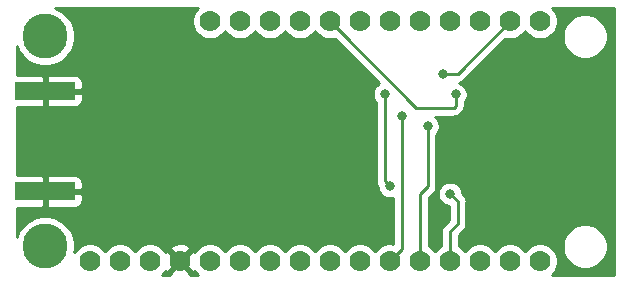
<source format=gbl>
G04 #@! TF.GenerationSoftware,KiCad,Pcbnew,(5.1.2-1)-1*
G04 #@! TF.CreationDate,2019-05-16T11:09:26+08:00*
G04 #@! TF.ProjectId,huzzah-cc112x-shield,68757a7a-6168-42d6-9363-313132782d73,1*
G04 #@! TF.SameCoordinates,Original*
G04 #@! TF.FileFunction,Copper,L2,Bot*
G04 #@! TF.FilePolarity,Positive*
%FSLAX46Y46*%
G04 Gerber Fmt 4.6, Leading zero omitted, Abs format (unit mm)*
G04 Created by KiCad (PCBNEW (5.1.2-1)-1) date 2019-05-16 11:09:26*
%MOMM*%
%LPD*%
G04 APERTURE LIST*
%ADD10R,5.080000X1.500000*%
%ADD11C,3.810000*%
%ADD12C,1.778000*%
%ADD13C,0.800000*%
%ADD14C,0.250000*%
%ADD15C,0.254000*%
G04 APERTURE END LIST*
D10*
X15875000Y-20515000D03*
X15875000Y-29015000D03*
D11*
X15875000Y-15875000D03*
X15875000Y-33655000D03*
D12*
X29845000Y-14605000D03*
X32385000Y-14605000D03*
X34925000Y-14605000D03*
X37465000Y-14605000D03*
X40005000Y-14605000D03*
X42545000Y-14605000D03*
X45085000Y-14605000D03*
X47625000Y-14605000D03*
X50165000Y-14605000D03*
X52705000Y-14605000D03*
X55245000Y-14605000D03*
X57785000Y-14605000D03*
X29845000Y-34925000D03*
X32385000Y-34925000D03*
X34925000Y-34925000D03*
X37465000Y-34925000D03*
X40005000Y-34925000D03*
X42545000Y-34925000D03*
X45085000Y-34925000D03*
X47625000Y-34925000D03*
X50165000Y-34925000D03*
X52705000Y-34925000D03*
X55245000Y-34925000D03*
X57785000Y-34925000D03*
X27305000Y-34925000D03*
X24765000Y-34925000D03*
X22225000Y-34925000D03*
X19685000Y-34925000D03*
D13*
X49530000Y-19050000D03*
X29210000Y-17145000D03*
X20320000Y-30480000D03*
X20320000Y-17145000D03*
X24765000Y-17145000D03*
X60960000Y-20320000D03*
X60960000Y-29845000D03*
X60960000Y-24765000D03*
X40005000Y-22225000D03*
X50800000Y-25400000D03*
X53975000Y-25400000D03*
X57150000Y-25400000D03*
X33655000Y-25400000D03*
X41910000Y-32385000D03*
X40005000Y-32385000D03*
X43815000Y-32385000D03*
X34925000Y-25400000D03*
X34925000Y-26670000D03*
X34925000Y-27940000D03*
X34925000Y-29210000D03*
X36195000Y-25400000D03*
X38735000Y-25400000D03*
X38735000Y-26670000D03*
X38735000Y-27940000D03*
X38735000Y-29210000D03*
X40005000Y-26670000D03*
X40640000Y-27940000D03*
X42545000Y-25400000D03*
X42545000Y-26670000D03*
X42545000Y-27940000D03*
X42545000Y-29210000D03*
X41275000Y-26670000D03*
X60960000Y-22225000D03*
X60960000Y-27305000D03*
X26035000Y-22860000D03*
X46140000Y-22645000D03*
X48260000Y-23495000D03*
X44640000Y-20765000D03*
X45085000Y-28575000D03*
X50165000Y-29210000D03*
X50640000Y-20795000D03*
D14*
X50800000Y-19050000D02*
X55245000Y-14605000D01*
X49530000Y-19050000D02*
X50800000Y-19050000D01*
X46140000Y-33870000D02*
X45085000Y-34925000D01*
X46140000Y-22645000D02*
X46140000Y-33870000D01*
X48260000Y-23495000D02*
X48260000Y-28575000D01*
X47625000Y-29210000D02*
X47625000Y-34925000D01*
X48260000Y-28575000D02*
X47625000Y-29210000D01*
X44640000Y-20765000D02*
X44640000Y-28130000D01*
X44640000Y-28130000D02*
X45085000Y-28575000D01*
X50165000Y-29210000D02*
X50800000Y-29845000D01*
X50800000Y-29845000D02*
X50800000Y-31750000D01*
X50165000Y-32385000D02*
X50165000Y-34925000D01*
X50800000Y-31750000D02*
X50165000Y-32385000D01*
X50640000Y-20795000D02*
X50640000Y-21750000D01*
X40893999Y-15493999D02*
X40005000Y-14605000D01*
X47319999Y-21919999D02*
X40893999Y-15493999D01*
X50470001Y-21919999D02*
X47319999Y-21919999D01*
X50640000Y-21750000D02*
X50470001Y-21919999D01*
D15*
G36*
X64008000Y-36068000D02*
G01*
X58797261Y-36068000D01*
X58968768Y-35896493D01*
X59135551Y-35646885D01*
X59250434Y-35369534D01*
X59309000Y-35075101D01*
X59309000Y-34774899D01*
X59250434Y-34480466D01*
X59135551Y-34203115D01*
X58968768Y-33953507D01*
X58756493Y-33741232D01*
X58506885Y-33574449D01*
X58248385Y-33467374D01*
X59690000Y-33467374D01*
X59690000Y-33842626D01*
X59763209Y-34210668D01*
X59906811Y-34557356D01*
X60115290Y-34869366D01*
X60380634Y-35134710D01*
X60692644Y-35343189D01*
X61039332Y-35486791D01*
X61407374Y-35560000D01*
X61782626Y-35560000D01*
X62150668Y-35486791D01*
X62497356Y-35343189D01*
X62809366Y-35134710D01*
X63074710Y-34869366D01*
X63283189Y-34557356D01*
X63426791Y-34210668D01*
X63500000Y-33842626D01*
X63500000Y-33467374D01*
X63426791Y-33099332D01*
X63283189Y-32752644D01*
X63074710Y-32440634D01*
X62809366Y-32175290D01*
X62497356Y-31966811D01*
X62150668Y-31823209D01*
X61782626Y-31750000D01*
X61407374Y-31750000D01*
X61039332Y-31823209D01*
X60692644Y-31966811D01*
X60380634Y-32175290D01*
X60115290Y-32440634D01*
X59906811Y-32752644D01*
X59763209Y-33099332D01*
X59690000Y-33467374D01*
X58248385Y-33467374D01*
X58229534Y-33459566D01*
X57935101Y-33401000D01*
X57634899Y-33401000D01*
X57340466Y-33459566D01*
X57063115Y-33574449D01*
X56813507Y-33741232D01*
X56601232Y-33953507D01*
X56515000Y-34082562D01*
X56428768Y-33953507D01*
X56216493Y-33741232D01*
X55966885Y-33574449D01*
X55689534Y-33459566D01*
X55395101Y-33401000D01*
X55094899Y-33401000D01*
X54800466Y-33459566D01*
X54523115Y-33574449D01*
X54273507Y-33741232D01*
X54061232Y-33953507D01*
X53975000Y-34082562D01*
X53888768Y-33953507D01*
X53676493Y-33741232D01*
X53426885Y-33574449D01*
X53149534Y-33459566D01*
X52855101Y-33401000D01*
X52554899Y-33401000D01*
X52260466Y-33459566D01*
X51983115Y-33574449D01*
X51733507Y-33741232D01*
X51521232Y-33953507D01*
X51435000Y-34082562D01*
X51348768Y-33953507D01*
X51136493Y-33741232D01*
X50925000Y-33599917D01*
X50925000Y-32699801D01*
X51311002Y-32313800D01*
X51340001Y-32290001D01*
X51434974Y-32174276D01*
X51505546Y-32042247D01*
X51549003Y-31898986D01*
X51560000Y-31787333D01*
X51563677Y-31750000D01*
X51560000Y-31712667D01*
X51560000Y-29882333D01*
X51563677Y-29845000D01*
X51549003Y-29696014D01*
X51505546Y-29552753D01*
X51434974Y-29420724D01*
X51363799Y-29333997D01*
X51340001Y-29304999D01*
X51311004Y-29281202D01*
X51200000Y-29170198D01*
X51200000Y-29108061D01*
X51160226Y-28908102D01*
X51082205Y-28719744D01*
X50968937Y-28550226D01*
X50824774Y-28406063D01*
X50655256Y-28292795D01*
X50466898Y-28214774D01*
X50266939Y-28175000D01*
X50063061Y-28175000D01*
X49863102Y-28214774D01*
X49674744Y-28292795D01*
X49505226Y-28406063D01*
X49361063Y-28550226D01*
X49247795Y-28719744D01*
X49169774Y-28908102D01*
X49130000Y-29108061D01*
X49130000Y-29311939D01*
X49169774Y-29511898D01*
X49247795Y-29700256D01*
X49361063Y-29869774D01*
X49505226Y-30013937D01*
X49674744Y-30127205D01*
X49863102Y-30205226D01*
X50040000Y-30240413D01*
X50040001Y-31435198D01*
X49654002Y-31821197D01*
X49624999Y-31844999D01*
X49569871Y-31912174D01*
X49530026Y-31960724D01*
X49489873Y-32035844D01*
X49459454Y-32092754D01*
X49415997Y-32236015D01*
X49405000Y-32347668D01*
X49405000Y-32347678D01*
X49401324Y-32385000D01*
X49405000Y-32422323D01*
X49405000Y-33599916D01*
X49193507Y-33741232D01*
X48981232Y-33953507D01*
X48895000Y-34082562D01*
X48808768Y-33953507D01*
X48596493Y-33741232D01*
X48385000Y-33599917D01*
X48385000Y-29524801D01*
X48771003Y-29138799D01*
X48800001Y-29115001D01*
X48894974Y-28999276D01*
X48965546Y-28867247D01*
X49009003Y-28723986D01*
X49020000Y-28612333D01*
X49023677Y-28575000D01*
X49020000Y-28537667D01*
X49020000Y-24198711D01*
X49063937Y-24154774D01*
X49177205Y-23985256D01*
X49255226Y-23796898D01*
X49295000Y-23596939D01*
X49295000Y-23393061D01*
X49255226Y-23193102D01*
X49177205Y-23004744D01*
X49063937Y-22835226D01*
X48919774Y-22691063D01*
X48903216Y-22679999D01*
X50432679Y-22679999D01*
X50470001Y-22683675D01*
X50507323Y-22679999D01*
X50507334Y-22679999D01*
X50618987Y-22669002D01*
X50762248Y-22625545D01*
X50894277Y-22554973D01*
X51010002Y-22460000D01*
X51033805Y-22430996D01*
X51150997Y-22313804D01*
X51180001Y-22290001D01*
X51274974Y-22174276D01*
X51345546Y-22042247D01*
X51389003Y-21898986D01*
X51400000Y-21787333D01*
X51400000Y-21787323D01*
X51403676Y-21750000D01*
X51400000Y-21712677D01*
X51400000Y-21498711D01*
X51443937Y-21454774D01*
X51557205Y-21285256D01*
X51635226Y-21096898D01*
X51675000Y-20896939D01*
X51675000Y-20693061D01*
X51635226Y-20493102D01*
X51557205Y-20304744D01*
X51443937Y-20135226D01*
X51299774Y-19991063D01*
X51130256Y-19877795D01*
X50941898Y-19799774D01*
X50941653Y-19799725D01*
X50948986Y-19799003D01*
X51092247Y-19755546D01*
X51224276Y-19684974D01*
X51340001Y-19590001D01*
X51363804Y-19560997D01*
X54845425Y-16079377D01*
X55094899Y-16129000D01*
X55395101Y-16129000D01*
X55689534Y-16070434D01*
X55966885Y-15955551D01*
X56216493Y-15788768D01*
X56428768Y-15576493D01*
X56515000Y-15447438D01*
X56601232Y-15576493D01*
X56813507Y-15788768D01*
X57063115Y-15955551D01*
X57340466Y-16070434D01*
X57634899Y-16129000D01*
X57935101Y-16129000D01*
X58229534Y-16070434D01*
X58506885Y-15955551D01*
X58756493Y-15788768D01*
X58857887Y-15687374D01*
X59690000Y-15687374D01*
X59690000Y-16062626D01*
X59763209Y-16430668D01*
X59906811Y-16777356D01*
X60115290Y-17089366D01*
X60380634Y-17354710D01*
X60692644Y-17563189D01*
X61039332Y-17706791D01*
X61407374Y-17780000D01*
X61782626Y-17780000D01*
X62150668Y-17706791D01*
X62497356Y-17563189D01*
X62809366Y-17354710D01*
X63074710Y-17089366D01*
X63283189Y-16777356D01*
X63426791Y-16430668D01*
X63500000Y-16062626D01*
X63500000Y-15687374D01*
X63426791Y-15319332D01*
X63283189Y-14972644D01*
X63074710Y-14660634D01*
X62809366Y-14395290D01*
X62497356Y-14186811D01*
X62150668Y-14043209D01*
X61782626Y-13970000D01*
X61407374Y-13970000D01*
X61039332Y-14043209D01*
X60692644Y-14186811D01*
X60380634Y-14395290D01*
X60115290Y-14660634D01*
X59906811Y-14972644D01*
X59763209Y-15319332D01*
X59690000Y-15687374D01*
X58857887Y-15687374D01*
X58968768Y-15576493D01*
X59135551Y-15326885D01*
X59250434Y-15049534D01*
X59309000Y-14755101D01*
X59309000Y-14454899D01*
X59250434Y-14160466D01*
X59135551Y-13883115D01*
X58968768Y-13633507D01*
X58797261Y-13462000D01*
X64008000Y-13462000D01*
X64008000Y-36068000D01*
X64008000Y-36068000D01*
G37*
X64008000Y-36068000D02*
X58797261Y-36068000D01*
X58968768Y-35896493D01*
X59135551Y-35646885D01*
X59250434Y-35369534D01*
X59309000Y-35075101D01*
X59309000Y-34774899D01*
X59250434Y-34480466D01*
X59135551Y-34203115D01*
X58968768Y-33953507D01*
X58756493Y-33741232D01*
X58506885Y-33574449D01*
X58248385Y-33467374D01*
X59690000Y-33467374D01*
X59690000Y-33842626D01*
X59763209Y-34210668D01*
X59906811Y-34557356D01*
X60115290Y-34869366D01*
X60380634Y-35134710D01*
X60692644Y-35343189D01*
X61039332Y-35486791D01*
X61407374Y-35560000D01*
X61782626Y-35560000D01*
X62150668Y-35486791D01*
X62497356Y-35343189D01*
X62809366Y-35134710D01*
X63074710Y-34869366D01*
X63283189Y-34557356D01*
X63426791Y-34210668D01*
X63500000Y-33842626D01*
X63500000Y-33467374D01*
X63426791Y-33099332D01*
X63283189Y-32752644D01*
X63074710Y-32440634D01*
X62809366Y-32175290D01*
X62497356Y-31966811D01*
X62150668Y-31823209D01*
X61782626Y-31750000D01*
X61407374Y-31750000D01*
X61039332Y-31823209D01*
X60692644Y-31966811D01*
X60380634Y-32175290D01*
X60115290Y-32440634D01*
X59906811Y-32752644D01*
X59763209Y-33099332D01*
X59690000Y-33467374D01*
X58248385Y-33467374D01*
X58229534Y-33459566D01*
X57935101Y-33401000D01*
X57634899Y-33401000D01*
X57340466Y-33459566D01*
X57063115Y-33574449D01*
X56813507Y-33741232D01*
X56601232Y-33953507D01*
X56515000Y-34082562D01*
X56428768Y-33953507D01*
X56216493Y-33741232D01*
X55966885Y-33574449D01*
X55689534Y-33459566D01*
X55395101Y-33401000D01*
X55094899Y-33401000D01*
X54800466Y-33459566D01*
X54523115Y-33574449D01*
X54273507Y-33741232D01*
X54061232Y-33953507D01*
X53975000Y-34082562D01*
X53888768Y-33953507D01*
X53676493Y-33741232D01*
X53426885Y-33574449D01*
X53149534Y-33459566D01*
X52855101Y-33401000D01*
X52554899Y-33401000D01*
X52260466Y-33459566D01*
X51983115Y-33574449D01*
X51733507Y-33741232D01*
X51521232Y-33953507D01*
X51435000Y-34082562D01*
X51348768Y-33953507D01*
X51136493Y-33741232D01*
X50925000Y-33599917D01*
X50925000Y-32699801D01*
X51311002Y-32313800D01*
X51340001Y-32290001D01*
X51434974Y-32174276D01*
X51505546Y-32042247D01*
X51549003Y-31898986D01*
X51560000Y-31787333D01*
X51563677Y-31750000D01*
X51560000Y-31712667D01*
X51560000Y-29882333D01*
X51563677Y-29845000D01*
X51549003Y-29696014D01*
X51505546Y-29552753D01*
X51434974Y-29420724D01*
X51363799Y-29333997D01*
X51340001Y-29304999D01*
X51311004Y-29281202D01*
X51200000Y-29170198D01*
X51200000Y-29108061D01*
X51160226Y-28908102D01*
X51082205Y-28719744D01*
X50968937Y-28550226D01*
X50824774Y-28406063D01*
X50655256Y-28292795D01*
X50466898Y-28214774D01*
X50266939Y-28175000D01*
X50063061Y-28175000D01*
X49863102Y-28214774D01*
X49674744Y-28292795D01*
X49505226Y-28406063D01*
X49361063Y-28550226D01*
X49247795Y-28719744D01*
X49169774Y-28908102D01*
X49130000Y-29108061D01*
X49130000Y-29311939D01*
X49169774Y-29511898D01*
X49247795Y-29700256D01*
X49361063Y-29869774D01*
X49505226Y-30013937D01*
X49674744Y-30127205D01*
X49863102Y-30205226D01*
X50040000Y-30240413D01*
X50040001Y-31435198D01*
X49654002Y-31821197D01*
X49624999Y-31844999D01*
X49569871Y-31912174D01*
X49530026Y-31960724D01*
X49489873Y-32035844D01*
X49459454Y-32092754D01*
X49415997Y-32236015D01*
X49405000Y-32347668D01*
X49405000Y-32347678D01*
X49401324Y-32385000D01*
X49405000Y-32422323D01*
X49405000Y-33599916D01*
X49193507Y-33741232D01*
X48981232Y-33953507D01*
X48895000Y-34082562D01*
X48808768Y-33953507D01*
X48596493Y-33741232D01*
X48385000Y-33599917D01*
X48385000Y-29524801D01*
X48771003Y-29138799D01*
X48800001Y-29115001D01*
X48894974Y-28999276D01*
X48965546Y-28867247D01*
X49009003Y-28723986D01*
X49020000Y-28612333D01*
X49023677Y-28575000D01*
X49020000Y-28537667D01*
X49020000Y-24198711D01*
X49063937Y-24154774D01*
X49177205Y-23985256D01*
X49255226Y-23796898D01*
X49295000Y-23596939D01*
X49295000Y-23393061D01*
X49255226Y-23193102D01*
X49177205Y-23004744D01*
X49063937Y-22835226D01*
X48919774Y-22691063D01*
X48903216Y-22679999D01*
X50432679Y-22679999D01*
X50470001Y-22683675D01*
X50507323Y-22679999D01*
X50507334Y-22679999D01*
X50618987Y-22669002D01*
X50762248Y-22625545D01*
X50894277Y-22554973D01*
X51010002Y-22460000D01*
X51033805Y-22430996D01*
X51150997Y-22313804D01*
X51180001Y-22290001D01*
X51274974Y-22174276D01*
X51345546Y-22042247D01*
X51389003Y-21898986D01*
X51400000Y-21787333D01*
X51400000Y-21787323D01*
X51403676Y-21750000D01*
X51400000Y-21712677D01*
X51400000Y-21498711D01*
X51443937Y-21454774D01*
X51557205Y-21285256D01*
X51635226Y-21096898D01*
X51675000Y-20896939D01*
X51675000Y-20693061D01*
X51635226Y-20493102D01*
X51557205Y-20304744D01*
X51443937Y-20135226D01*
X51299774Y-19991063D01*
X51130256Y-19877795D01*
X50941898Y-19799774D01*
X50941653Y-19799725D01*
X50948986Y-19799003D01*
X51092247Y-19755546D01*
X51224276Y-19684974D01*
X51340001Y-19590001D01*
X51363804Y-19560997D01*
X54845425Y-16079377D01*
X55094899Y-16129000D01*
X55395101Y-16129000D01*
X55689534Y-16070434D01*
X55966885Y-15955551D01*
X56216493Y-15788768D01*
X56428768Y-15576493D01*
X56515000Y-15447438D01*
X56601232Y-15576493D01*
X56813507Y-15788768D01*
X57063115Y-15955551D01*
X57340466Y-16070434D01*
X57634899Y-16129000D01*
X57935101Y-16129000D01*
X58229534Y-16070434D01*
X58506885Y-15955551D01*
X58756493Y-15788768D01*
X58857887Y-15687374D01*
X59690000Y-15687374D01*
X59690000Y-16062626D01*
X59763209Y-16430668D01*
X59906811Y-16777356D01*
X60115290Y-17089366D01*
X60380634Y-17354710D01*
X60692644Y-17563189D01*
X61039332Y-17706791D01*
X61407374Y-17780000D01*
X61782626Y-17780000D01*
X62150668Y-17706791D01*
X62497356Y-17563189D01*
X62809366Y-17354710D01*
X63074710Y-17089366D01*
X63283189Y-16777356D01*
X63426791Y-16430668D01*
X63500000Y-16062626D01*
X63500000Y-15687374D01*
X63426791Y-15319332D01*
X63283189Y-14972644D01*
X63074710Y-14660634D01*
X62809366Y-14395290D01*
X62497356Y-14186811D01*
X62150668Y-14043209D01*
X61782626Y-13970000D01*
X61407374Y-13970000D01*
X61039332Y-14043209D01*
X60692644Y-14186811D01*
X60380634Y-14395290D01*
X60115290Y-14660634D01*
X59906811Y-14972644D01*
X59763209Y-15319332D01*
X59690000Y-15687374D01*
X58857887Y-15687374D01*
X58968768Y-15576493D01*
X59135551Y-15326885D01*
X59250434Y-15049534D01*
X59309000Y-14755101D01*
X59309000Y-14454899D01*
X59250434Y-14160466D01*
X59135551Y-13883115D01*
X58968768Y-13633507D01*
X58797261Y-13462000D01*
X64008000Y-13462000D01*
X64008000Y-36068000D01*
G36*
X28661232Y-13633507D02*
G01*
X28494449Y-13883115D01*
X28379566Y-14160466D01*
X28321000Y-14454899D01*
X28321000Y-14755101D01*
X28379566Y-15049534D01*
X28494449Y-15326885D01*
X28661232Y-15576493D01*
X28873507Y-15788768D01*
X29123115Y-15955551D01*
X29400466Y-16070434D01*
X29694899Y-16129000D01*
X29995101Y-16129000D01*
X30289534Y-16070434D01*
X30566885Y-15955551D01*
X30816493Y-15788768D01*
X31028768Y-15576493D01*
X31115000Y-15447438D01*
X31201232Y-15576493D01*
X31413507Y-15788768D01*
X31663115Y-15955551D01*
X31940466Y-16070434D01*
X32234899Y-16129000D01*
X32535101Y-16129000D01*
X32829534Y-16070434D01*
X33106885Y-15955551D01*
X33356493Y-15788768D01*
X33568768Y-15576493D01*
X33655000Y-15447438D01*
X33741232Y-15576493D01*
X33953507Y-15788768D01*
X34203115Y-15955551D01*
X34480466Y-16070434D01*
X34774899Y-16129000D01*
X35075101Y-16129000D01*
X35369534Y-16070434D01*
X35646885Y-15955551D01*
X35896493Y-15788768D01*
X36108768Y-15576493D01*
X36195000Y-15447438D01*
X36281232Y-15576493D01*
X36493507Y-15788768D01*
X36743115Y-15955551D01*
X37020466Y-16070434D01*
X37314899Y-16129000D01*
X37615101Y-16129000D01*
X37909534Y-16070434D01*
X38186885Y-15955551D01*
X38436493Y-15788768D01*
X38648768Y-15576493D01*
X38735000Y-15447438D01*
X38821232Y-15576493D01*
X39033507Y-15788768D01*
X39283115Y-15955551D01*
X39560466Y-16070434D01*
X39854899Y-16129000D01*
X40155101Y-16129000D01*
X40404576Y-16079377D01*
X44166184Y-19840985D01*
X44149744Y-19847795D01*
X43980226Y-19961063D01*
X43836063Y-20105226D01*
X43722795Y-20274744D01*
X43644774Y-20463102D01*
X43605000Y-20663061D01*
X43605000Y-20866939D01*
X43644774Y-21066898D01*
X43722795Y-21255256D01*
X43836063Y-21424774D01*
X43880000Y-21468711D01*
X43880001Y-28092668D01*
X43876324Y-28130000D01*
X43880001Y-28167333D01*
X43890419Y-28273102D01*
X43890998Y-28278985D01*
X43934454Y-28422246D01*
X44005026Y-28554276D01*
X44050000Y-28609076D01*
X44050000Y-28676939D01*
X44089774Y-28876898D01*
X44167795Y-29065256D01*
X44281063Y-29234774D01*
X44425226Y-29378937D01*
X44594744Y-29492205D01*
X44783102Y-29570226D01*
X44983061Y-29610000D01*
X45186939Y-29610000D01*
X45380001Y-29571598D01*
X45380001Y-33429822D01*
X45235101Y-33401000D01*
X44934899Y-33401000D01*
X44640466Y-33459566D01*
X44363115Y-33574449D01*
X44113507Y-33741232D01*
X43901232Y-33953507D01*
X43815000Y-34082562D01*
X43728768Y-33953507D01*
X43516493Y-33741232D01*
X43266885Y-33574449D01*
X42989534Y-33459566D01*
X42695101Y-33401000D01*
X42394899Y-33401000D01*
X42100466Y-33459566D01*
X41823115Y-33574449D01*
X41573507Y-33741232D01*
X41361232Y-33953507D01*
X41275000Y-34082562D01*
X41188768Y-33953507D01*
X40976493Y-33741232D01*
X40726885Y-33574449D01*
X40449534Y-33459566D01*
X40155101Y-33401000D01*
X39854899Y-33401000D01*
X39560466Y-33459566D01*
X39283115Y-33574449D01*
X39033507Y-33741232D01*
X38821232Y-33953507D01*
X38735000Y-34082562D01*
X38648768Y-33953507D01*
X38436493Y-33741232D01*
X38186885Y-33574449D01*
X37909534Y-33459566D01*
X37615101Y-33401000D01*
X37314899Y-33401000D01*
X37020466Y-33459566D01*
X36743115Y-33574449D01*
X36493507Y-33741232D01*
X36281232Y-33953507D01*
X36195000Y-34082562D01*
X36108768Y-33953507D01*
X35896493Y-33741232D01*
X35646885Y-33574449D01*
X35369534Y-33459566D01*
X35075101Y-33401000D01*
X34774899Y-33401000D01*
X34480466Y-33459566D01*
X34203115Y-33574449D01*
X33953507Y-33741232D01*
X33741232Y-33953507D01*
X33655000Y-34082562D01*
X33568768Y-33953507D01*
X33356493Y-33741232D01*
X33106885Y-33574449D01*
X32829534Y-33459566D01*
X32535101Y-33401000D01*
X32234899Y-33401000D01*
X31940466Y-33459566D01*
X31663115Y-33574449D01*
X31413507Y-33741232D01*
X31201232Y-33953507D01*
X31115000Y-34082562D01*
X31028768Y-33953507D01*
X30816493Y-33741232D01*
X30566885Y-33574449D01*
X30289534Y-33459566D01*
X29995101Y-33401000D01*
X29694899Y-33401000D01*
X29400466Y-33459566D01*
X29123115Y-33574449D01*
X28873507Y-33741232D01*
X28661232Y-33953507D01*
X28555583Y-34111622D01*
X28361231Y-34048374D01*
X27484605Y-34925000D01*
X28361231Y-35801626D01*
X28555583Y-35738378D01*
X28661232Y-35896493D01*
X28832739Y-36068000D01*
X28153389Y-36068000D01*
X28181626Y-35981231D01*
X27305000Y-35104605D01*
X26428374Y-35981231D01*
X26456611Y-36068000D01*
X25777261Y-36068000D01*
X25948768Y-35896493D01*
X26054417Y-35738378D01*
X26248769Y-35801626D01*
X27125395Y-34925000D01*
X26248769Y-34048374D01*
X26054417Y-34111622D01*
X25948768Y-33953507D01*
X25864030Y-33868769D01*
X26428374Y-33868769D01*
X27305000Y-34745395D01*
X28181626Y-33868769D01*
X28099273Y-33615711D01*
X27828582Y-33485914D01*
X27537770Y-33411420D01*
X27238012Y-33395092D01*
X26940829Y-33437557D01*
X26657641Y-33537184D01*
X26510727Y-33615711D01*
X26428374Y-33868769D01*
X25864030Y-33868769D01*
X25736493Y-33741232D01*
X25486885Y-33574449D01*
X25209534Y-33459566D01*
X24915101Y-33401000D01*
X24614899Y-33401000D01*
X24320466Y-33459566D01*
X24043115Y-33574449D01*
X23793507Y-33741232D01*
X23581232Y-33953507D01*
X23495000Y-34082562D01*
X23408768Y-33953507D01*
X23196493Y-33741232D01*
X22946885Y-33574449D01*
X22669534Y-33459566D01*
X22375101Y-33401000D01*
X22074899Y-33401000D01*
X21780466Y-33459566D01*
X21503115Y-33574449D01*
X21253507Y-33741232D01*
X21041232Y-33953507D01*
X20955000Y-34082562D01*
X20868768Y-33953507D01*
X20656493Y-33741232D01*
X20406885Y-33574449D01*
X20129534Y-33459566D01*
X19835101Y-33401000D01*
X19534899Y-33401000D01*
X19240466Y-33459566D01*
X18963115Y-33574449D01*
X18713507Y-33741232D01*
X18501232Y-33953507D01*
X18364757Y-34157756D01*
X18415000Y-33905168D01*
X18415000Y-33404832D01*
X18317389Y-32914109D01*
X18125919Y-32451859D01*
X17847947Y-32035844D01*
X17494156Y-31682053D01*
X17078141Y-31404081D01*
X16615891Y-31212611D01*
X16125168Y-31115000D01*
X15624832Y-31115000D01*
X15134109Y-31212611D01*
X14671859Y-31404081D01*
X14255844Y-31682053D01*
X13902053Y-32035844D01*
X13624081Y-32451859D01*
X13462000Y-32843158D01*
X13462000Y-30402899D01*
X15589250Y-30400000D01*
X15748000Y-30241250D01*
X15748000Y-29142000D01*
X16002000Y-29142000D01*
X16002000Y-30241250D01*
X16160750Y-30400000D01*
X18415000Y-30403072D01*
X18539482Y-30390812D01*
X18659180Y-30354502D01*
X18769494Y-30295537D01*
X18866185Y-30216185D01*
X18945537Y-30119494D01*
X19004502Y-30009180D01*
X19040812Y-29889482D01*
X19053072Y-29765000D01*
X19050000Y-29300750D01*
X18891250Y-29142000D01*
X16002000Y-29142000D01*
X15748000Y-29142000D01*
X15728000Y-29142000D01*
X15728000Y-28888000D01*
X15748000Y-28888000D01*
X15748000Y-27788750D01*
X16002000Y-27788750D01*
X16002000Y-28888000D01*
X18891250Y-28888000D01*
X19050000Y-28729250D01*
X19053072Y-28265000D01*
X19040812Y-28140518D01*
X19004502Y-28020820D01*
X18945537Y-27910506D01*
X18866185Y-27813815D01*
X18769494Y-27734463D01*
X18659180Y-27675498D01*
X18539482Y-27639188D01*
X18415000Y-27626928D01*
X16160750Y-27630000D01*
X16002000Y-27788750D01*
X15748000Y-27788750D01*
X15589250Y-27630000D01*
X13462000Y-27627101D01*
X13462000Y-21902899D01*
X15589250Y-21900000D01*
X15748000Y-21741250D01*
X15748000Y-20642000D01*
X16002000Y-20642000D01*
X16002000Y-21741250D01*
X16160750Y-21900000D01*
X18415000Y-21903072D01*
X18539482Y-21890812D01*
X18659180Y-21854502D01*
X18769494Y-21795537D01*
X18866185Y-21716185D01*
X18945537Y-21619494D01*
X19004502Y-21509180D01*
X19040812Y-21389482D01*
X19053072Y-21265000D01*
X19050000Y-20800750D01*
X18891250Y-20642000D01*
X16002000Y-20642000D01*
X15748000Y-20642000D01*
X15728000Y-20642000D01*
X15728000Y-20388000D01*
X15748000Y-20388000D01*
X15748000Y-19288750D01*
X16002000Y-19288750D01*
X16002000Y-20388000D01*
X18891250Y-20388000D01*
X19050000Y-20229250D01*
X19053072Y-19765000D01*
X19040812Y-19640518D01*
X19004502Y-19520820D01*
X18945537Y-19410506D01*
X18866185Y-19313815D01*
X18769494Y-19234463D01*
X18659180Y-19175498D01*
X18539482Y-19139188D01*
X18415000Y-19126928D01*
X16160750Y-19130000D01*
X16002000Y-19288750D01*
X15748000Y-19288750D01*
X15589250Y-19130000D01*
X13462000Y-19127101D01*
X13462000Y-16686842D01*
X13624081Y-17078141D01*
X13902053Y-17494156D01*
X14255844Y-17847947D01*
X14671859Y-18125919D01*
X15134109Y-18317389D01*
X15624832Y-18415000D01*
X16125168Y-18415000D01*
X16615891Y-18317389D01*
X17078141Y-18125919D01*
X17494156Y-17847947D01*
X17847947Y-17494156D01*
X18125919Y-17078141D01*
X18317389Y-16615891D01*
X18415000Y-16125168D01*
X18415000Y-15624832D01*
X18317389Y-15134109D01*
X18125919Y-14671859D01*
X17847947Y-14255844D01*
X17494156Y-13902053D01*
X17078141Y-13624081D01*
X16686842Y-13462000D01*
X28832739Y-13462000D01*
X28661232Y-13633507D01*
X28661232Y-13633507D01*
G37*
X28661232Y-13633507D02*
X28494449Y-13883115D01*
X28379566Y-14160466D01*
X28321000Y-14454899D01*
X28321000Y-14755101D01*
X28379566Y-15049534D01*
X28494449Y-15326885D01*
X28661232Y-15576493D01*
X28873507Y-15788768D01*
X29123115Y-15955551D01*
X29400466Y-16070434D01*
X29694899Y-16129000D01*
X29995101Y-16129000D01*
X30289534Y-16070434D01*
X30566885Y-15955551D01*
X30816493Y-15788768D01*
X31028768Y-15576493D01*
X31115000Y-15447438D01*
X31201232Y-15576493D01*
X31413507Y-15788768D01*
X31663115Y-15955551D01*
X31940466Y-16070434D01*
X32234899Y-16129000D01*
X32535101Y-16129000D01*
X32829534Y-16070434D01*
X33106885Y-15955551D01*
X33356493Y-15788768D01*
X33568768Y-15576493D01*
X33655000Y-15447438D01*
X33741232Y-15576493D01*
X33953507Y-15788768D01*
X34203115Y-15955551D01*
X34480466Y-16070434D01*
X34774899Y-16129000D01*
X35075101Y-16129000D01*
X35369534Y-16070434D01*
X35646885Y-15955551D01*
X35896493Y-15788768D01*
X36108768Y-15576493D01*
X36195000Y-15447438D01*
X36281232Y-15576493D01*
X36493507Y-15788768D01*
X36743115Y-15955551D01*
X37020466Y-16070434D01*
X37314899Y-16129000D01*
X37615101Y-16129000D01*
X37909534Y-16070434D01*
X38186885Y-15955551D01*
X38436493Y-15788768D01*
X38648768Y-15576493D01*
X38735000Y-15447438D01*
X38821232Y-15576493D01*
X39033507Y-15788768D01*
X39283115Y-15955551D01*
X39560466Y-16070434D01*
X39854899Y-16129000D01*
X40155101Y-16129000D01*
X40404576Y-16079377D01*
X44166184Y-19840985D01*
X44149744Y-19847795D01*
X43980226Y-19961063D01*
X43836063Y-20105226D01*
X43722795Y-20274744D01*
X43644774Y-20463102D01*
X43605000Y-20663061D01*
X43605000Y-20866939D01*
X43644774Y-21066898D01*
X43722795Y-21255256D01*
X43836063Y-21424774D01*
X43880000Y-21468711D01*
X43880001Y-28092668D01*
X43876324Y-28130000D01*
X43880001Y-28167333D01*
X43890419Y-28273102D01*
X43890998Y-28278985D01*
X43934454Y-28422246D01*
X44005026Y-28554276D01*
X44050000Y-28609076D01*
X44050000Y-28676939D01*
X44089774Y-28876898D01*
X44167795Y-29065256D01*
X44281063Y-29234774D01*
X44425226Y-29378937D01*
X44594744Y-29492205D01*
X44783102Y-29570226D01*
X44983061Y-29610000D01*
X45186939Y-29610000D01*
X45380001Y-29571598D01*
X45380001Y-33429822D01*
X45235101Y-33401000D01*
X44934899Y-33401000D01*
X44640466Y-33459566D01*
X44363115Y-33574449D01*
X44113507Y-33741232D01*
X43901232Y-33953507D01*
X43815000Y-34082562D01*
X43728768Y-33953507D01*
X43516493Y-33741232D01*
X43266885Y-33574449D01*
X42989534Y-33459566D01*
X42695101Y-33401000D01*
X42394899Y-33401000D01*
X42100466Y-33459566D01*
X41823115Y-33574449D01*
X41573507Y-33741232D01*
X41361232Y-33953507D01*
X41275000Y-34082562D01*
X41188768Y-33953507D01*
X40976493Y-33741232D01*
X40726885Y-33574449D01*
X40449534Y-33459566D01*
X40155101Y-33401000D01*
X39854899Y-33401000D01*
X39560466Y-33459566D01*
X39283115Y-33574449D01*
X39033507Y-33741232D01*
X38821232Y-33953507D01*
X38735000Y-34082562D01*
X38648768Y-33953507D01*
X38436493Y-33741232D01*
X38186885Y-33574449D01*
X37909534Y-33459566D01*
X37615101Y-33401000D01*
X37314899Y-33401000D01*
X37020466Y-33459566D01*
X36743115Y-33574449D01*
X36493507Y-33741232D01*
X36281232Y-33953507D01*
X36195000Y-34082562D01*
X36108768Y-33953507D01*
X35896493Y-33741232D01*
X35646885Y-33574449D01*
X35369534Y-33459566D01*
X35075101Y-33401000D01*
X34774899Y-33401000D01*
X34480466Y-33459566D01*
X34203115Y-33574449D01*
X33953507Y-33741232D01*
X33741232Y-33953507D01*
X33655000Y-34082562D01*
X33568768Y-33953507D01*
X33356493Y-33741232D01*
X33106885Y-33574449D01*
X32829534Y-33459566D01*
X32535101Y-33401000D01*
X32234899Y-33401000D01*
X31940466Y-33459566D01*
X31663115Y-33574449D01*
X31413507Y-33741232D01*
X31201232Y-33953507D01*
X31115000Y-34082562D01*
X31028768Y-33953507D01*
X30816493Y-33741232D01*
X30566885Y-33574449D01*
X30289534Y-33459566D01*
X29995101Y-33401000D01*
X29694899Y-33401000D01*
X29400466Y-33459566D01*
X29123115Y-33574449D01*
X28873507Y-33741232D01*
X28661232Y-33953507D01*
X28555583Y-34111622D01*
X28361231Y-34048374D01*
X27484605Y-34925000D01*
X28361231Y-35801626D01*
X28555583Y-35738378D01*
X28661232Y-35896493D01*
X28832739Y-36068000D01*
X28153389Y-36068000D01*
X28181626Y-35981231D01*
X27305000Y-35104605D01*
X26428374Y-35981231D01*
X26456611Y-36068000D01*
X25777261Y-36068000D01*
X25948768Y-35896493D01*
X26054417Y-35738378D01*
X26248769Y-35801626D01*
X27125395Y-34925000D01*
X26248769Y-34048374D01*
X26054417Y-34111622D01*
X25948768Y-33953507D01*
X25864030Y-33868769D01*
X26428374Y-33868769D01*
X27305000Y-34745395D01*
X28181626Y-33868769D01*
X28099273Y-33615711D01*
X27828582Y-33485914D01*
X27537770Y-33411420D01*
X27238012Y-33395092D01*
X26940829Y-33437557D01*
X26657641Y-33537184D01*
X26510727Y-33615711D01*
X26428374Y-33868769D01*
X25864030Y-33868769D01*
X25736493Y-33741232D01*
X25486885Y-33574449D01*
X25209534Y-33459566D01*
X24915101Y-33401000D01*
X24614899Y-33401000D01*
X24320466Y-33459566D01*
X24043115Y-33574449D01*
X23793507Y-33741232D01*
X23581232Y-33953507D01*
X23495000Y-34082562D01*
X23408768Y-33953507D01*
X23196493Y-33741232D01*
X22946885Y-33574449D01*
X22669534Y-33459566D01*
X22375101Y-33401000D01*
X22074899Y-33401000D01*
X21780466Y-33459566D01*
X21503115Y-33574449D01*
X21253507Y-33741232D01*
X21041232Y-33953507D01*
X20955000Y-34082562D01*
X20868768Y-33953507D01*
X20656493Y-33741232D01*
X20406885Y-33574449D01*
X20129534Y-33459566D01*
X19835101Y-33401000D01*
X19534899Y-33401000D01*
X19240466Y-33459566D01*
X18963115Y-33574449D01*
X18713507Y-33741232D01*
X18501232Y-33953507D01*
X18364757Y-34157756D01*
X18415000Y-33905168D01*
X18415000Y-33404832D01*
X18317389Y-32914109D01*
X18125919Y-32451859D01*
X17847947Y-32035844D01*
X17494156Y-31682053D01*
X17078141Y-31404081D01*
X16615891Y-31212611D01*
X16125168Y-31115000D01*
X15624832Y-31115000D01*
X15134109Y-31212611D01*
X14671859Y-31404081D01*
X14255844Y-31682053D01*
X13902053Y-32035844D01*
X13624081Y-32451859D01*
X13462000Y-32843158D01*
X13462000Y-30402899D01*
X15589250Y-30400000D01*
X15748000Y-30241250D01*
X15748000Y-29142000D01*
X16002000Y-29142000D01*
X16002000Y-30241250D01*
X16160750Y-30400000D01*
X18415000Y-30403072D01*
X18539482Y-30390812D01*
X18659180Y-30354502D01*
X18769494Y-30295537D01*
X18866185Y-30216185D01*
X18945537Y-30119494D01*
X19004502Y-30009180D01*
X19040812Y-29889482D01*
X19053072Y-29765000D01*
X19050000Y-29300750D01*
X18891250Y-29142000D01*
X16002000Y-29142000D01*
X15748000Y-29142000D01*
X15728000Y-29142000D01*
X15728000Y-28888000D01*
X15748000Y-28888000D01*
X15748000Y-27788750D01*
X16002000Y-27788750D01*
X16002000Y-28888000D01*
X18891250Y-28888000D01*
X19050000Y-28729250D01*
X19053072Y-28265000D01*
X19040812Y-28140518D01*
X19004502Y-28020820D01*
X18945537Y-27910506D01*
X18866185Y-27813815D01*
X18769494Y-27734463D01*
X18659180Y-27675498D01*
X18539482Y-27639188D01*
X18415000Y-27626928D01*
X16160750Y-27630000D01*
X16002000Y-27788750D01*
X15748000Y-27788750D01*
X15589250Y-27630000D01*
X13462000Y-27627101D01*
X13462000Y-21902899D01*
X15589250Y-21900000D01*
X15748000Y-21741250D01*
X15748000Y-20642000D01*
X16002000Y-20642000D01*
X16002000Y-21741250D01*
X16160750Y-21900000D01*
X18415000Y-21903072D01*
X18539482Y-21890812D01*
X18659180Y-21854502D01*
X18769494Y-21795537D01*
X18866185Y-21716185D01*
X18945537Y-21619494D01*
X19004502Y-21509180D01*
X19040812Y-21389482D01*
X19053072Y-21265000D01*
X19050000Y-20800750D01*
X18891250Y-20642000D01*
X16002000Y-20642000D01*
X15748000Y-20642000D01*
X15728000Y-20642000D01*
X15728000Y-20388000D01*
X15748000Y-20388000D01*
X15748000Y-19288750D01*
X16002000Y-19288750D01*
X16002000Y-20388000D01*
X18891250Y-20388000D01*
X19050000Y-20229250D01*
X19053072Y-19765000D01*
X19040812Y-19640518D01*
X19004502Y-19520820D01*
X18945537Y-19410506D01*
X18866185Y-19313815D01*
X18769494Y-19234463D01*
X18659180Y-19175498D01*
X18539482Y-19139188D01*
X18415000Y-19126928D01*
X16160750Y-19130000D01*
X16002000Y-19288750D01*
X15748000Y-19288750D01*
X15589250Y-19130000D01*
X13462000Y-19127101D01*
X13462000Y-16686842D01*
X13624081Y-17078141D01*
X13902053Y-17494156D01*
X14255844Y-17847947D01*
X14671859Y-18125919D01*
X15134109Y-18317389D01*
X15624832Y-18415000D01*
X16125168Y-18415000D01*
X16615891Y-18317389D01*
X17078141Y-18125919D01*
X17494156Y-17847947D01*
X17847947Y-17494156D01*
X18125919Y-17078141D01*
X18317389Y-16615891D01*
X18415000Y-16125168D01*
X18415000Y-15624832D01*
X18317389Y-15134109D01*
X18125919Y-14671859D01*
X17847947Y-14255844D01*
X17494156Y-13902053D01*
X17078141Y-13624081D01*
X16686842Y-13462000D01*
X28832739Y-13462000D01*
X28661232Y-13633507D01*
M02*

</source>
